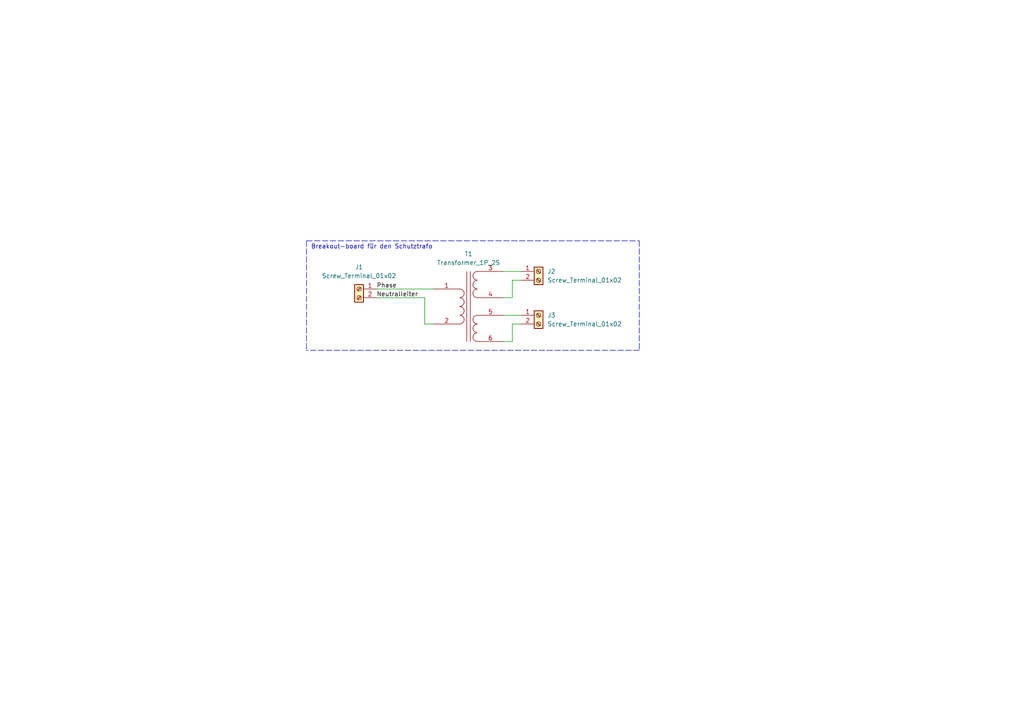
<source format=kicad_sch>
(kicad_sch (version 20211123) (generator eeschema)
  (paper "A4")
  (title_block (title "breakout-board-schutz-trafo") (date "2023-02-03") (rev "v1") (comment 1 "erste Version"))
  (lib_symbols
    (symbol "Connector:Screw_Terminal_01x02" (pin_names (offset 1.016) hide)
      (property "Reference" "J" (at 0 2.54 0))
      (property "Value" "Screw_Terminal_01x02" (at 0 -5.08 0))
      (symbol "Screw_Terminal_01x02_1_1"
        (rectangle (start -1.27 1.27) (end 1.27 -3.81) (stroke (width 0.254)) (fill (type background)))
        (circle (center 0 -2.54) (radius 0.635) (stroke (width 0.1524)))
        (polyline (pts (xy -0.5334 -2.2098) (xy 0.3302 -3.048)) (stroke (width 0.1524)))
        (polyline (pts (xy -0.5334 0.3302) (xy 0.3302 -0.508)) (stroke (width 0.1524)))
        (polyline (pts (xy -0.3556 -2.032) (xy 0.508 -2.8702)) (stroke (width 0.1524)))
        (polyline (pts (xy -0.3556 0.508) (xy 0.508 -0.3302)) (stroke (width 0.1524)))
        (circle (center 0 0) (radius 0.635) (stroke (width 0.1524)))
        (pin passive line (at -5.08 0 0) (length 3.81) (name "Pin_1") (number "1"))
        (pin passive line (at -5.08 -2.54 0) (length 3.81) (name "Pin_2") (number "2"))
      )
    )
    (symbol "Device:Transformer_1P_2S" (pin_names (offset 1.016) hide)
      (property "Reference" "T" (at 0 12.7 0))
      (property "Value" "Transformer_1P_2S" (at 0 -12.7 0))
      (symbol "Transformer_1P_2S_0_1"
        (arc (start -2.54 -5.0546) (mid -1.6599 -4.6901) (end -1.27 -3.81))
        (arc (start -2.54 -2.5146) (mid -1.6599 -2.1501) (end -1.27 -1.27))
        (arc (start -2.54 0.0254) (mid -1.6599 0.3899) (end -1.27 1.27))
        (arc (start -2.54 2.5654) (mid -1.6599 2.9299) (end -1.27 3.81))
        (arc (start -1.27 -3.81) (mid -1.642 -2.912) (end -2.54 -2.54))
        (arc (start -1.27 -1.27) (mid -1.642 -0.372) (end -2.54 0))
        (arc (start -1.27 1.27) (mid -1.642 2.168) (end -2.54 2.54))
        (arc (start -1.27 3.81) (mid -1.642 4.708) (end -2.54 5.08))
        (polyline (pts (xy -0.508 -10.16) (xy -0.508 10.16)))
        (polyline (pts (xy 0.508 10.16) (xy 0.508 -10.16)))
        (arc (start 1.2954 -8.89) (mid 1.6599 -9.7701) (end 2.54 -10.1346))
        (arc (start 1.2954 -6.35) (mid 1.6599 -7.2301) (end 2.54 -7.5946))
        (arc (start 1.2954 -3.81) (mid 1.6599 -4.6901) (end 2.54 -5.0546))
        (arc (start 1.2954 3.81) (mid 1.6599 2.9299) (end 2.54 2.5654))
        (arc (start 1.2954 6.35) (mid 1.6599 5.4699) (end 2.54 5.1054))
        (arc (start 1.2954 8.89) (mid 1.6599 8.0099) (end 2.54 7.6454))
        (arc (start 2.54 -7.62) (mid 1.642 -7.992) (end 1.2954 -8.89))
        (arc (start 2.54 -5.08) (mid 1.642 -5.452) (end 1.2954 -6.35))
        (arc (start 2.54 -2.54) (mid 1.642 -2.912) (end 1.2954 -3.81))
        (arc (start 2.54 5.08) (mid 1.642 4.708) (end 1.2954 3.81))
        (arc (start 2.54 7.62) (mid 1.642 7.248) (end 1.2954 6.35))
        (arc (start 2.54 10.16) (mid 1.642 9.788) (end 1.2954 8.89))
      )
      (symbol "Transformer_1P_2S_1_1"
        (pin passive line (at -10.16 5.08 0) (length 7.62) (name "AA") (number "1"))
        (pin passive line (at -10.16 -5.08 0) (length 7.62) (name "AB") (number "2"))
        (pin passive line (at 10.16 10.16 180) (length 7.62) (name "SA") (number "3"))
        (pin passive line (at 10.16 2.54 180) (length 7.62) (name "SB") (number "4"))
        (pin passive line (at 10.16 -2.54 180) (length 7.62) (name "SC") (number "5"))
        (pin passive line (at 10.16 -10.16 180) (length 7.62) (name "SD") (number "6"))
      )
    )
  )
  (polyline (pts (xy 88.9 69.85) (xy 185.42 69.85)))
  (wire (pts (xy 146.05 91.44) (xy 151.13 91.44)))
  (polyline (pts (xy 185.42 69.85) (xy 185.42 101.6)))
  (wire (pts (xy 123.19 93.98) (xy 125.73 93.98)))
  (wire (pts (xy 148.59 99.06) (xy 146.05 99.06)))
  (polyline (pts (xy 88.9 69.85) (xy 88.9 101.6)))
  (wire (pts (xy 109.22 83.82) (xy 125.73 83.82)))
  (wire (pts (xy 109.22 86.36) (xy 123.19 86.36)))
  (wire (pts (xy 151.13 93.98) (xy 148.59 93.98)))
  (wire (pts (xy 148.59 81.28) (xy 151.13 81.28)))
  (wire (pts (xy 148.59 86.36) (xy 148.59 81.28)))
  (wire (pts (xy 146.05 86.36) (xy 148.59 86.36)))
  (wire (pts (xy 148.59 93.98) (xy 148.59 99.06)))
  (wire (pts (xy 146.05 78.74) (xy 151.13 78.74)))
  (wire (pts (xy 123.19 86.36) (xy 123.19 93.98)))
  (polyline (pts (xy 185.42 101.6) (xy 88.9 101.6)))
  (text "Breakout-board für den Schutztrafo" (at 90.17 72.39 0) (effects (font (size 1.27 1.27)) (justify left bottom)))
  (label "Neutralleiter" (at 109.22 86.36 0))
  (label "Phase" (at 109.22 83.82 0))
  (symbol (lib_id "Connector:Screw_Terminal_01x02") (at 104.14 83.82 0) (mirror y) (unit 1)
    (property "Reference" "J1" (at 104.14 77.47 0))
    (property "Value" "Screw_Terminal_01x02" (at 104.14 80.01 0))
    (property "Footprint" "TerminalBlock:TerminalBlock_Altech_AK300-2_P5.00mm" (effects hide))
  )
  (symbol (lib_id "Connector:Screw_Terminal_01x02") (at 156.21 91.44 0) (unit 1)
    (property "Reference" "J3" (at 158.75 91.4399 0) (effects (justify left)))
    (property "Value" "Screw_Terminal_01x02" (at 158.75 93.9799 0) (effects (justify left)))
    (property "Footprint" "TerminalBlock:TerminalBlock_Altech_AK300-2_P5.00mm" (effects hide))
  )
  (symbol (lib_id "Connector:Screw_Terminal_01x02") (at 156.21 78.74 0) (unit 1)
    (property "Reference" "J2" (at 158.75 78.7399 0) (effects (justify left)))
    (property "Value" "Screw_Terminal_01x02" (at 158.75 81.2799 0) (effects (justify left)))
    (property "Footprint" "TerminalBlock:TerminalBlock_Altech_AK300-2_P5.00mm" (effects hide))
  )
  (symbol (lib_id "Device:Transformer_1P_2S") (at 135.89 88.9 0) (unit 1)
    (property "Reference" "T1" (at 135.89 73.66 0))
    (property "Value" "Transformer_1P_2S" (at 135.89 76.2 0))
  )
)
</source>
